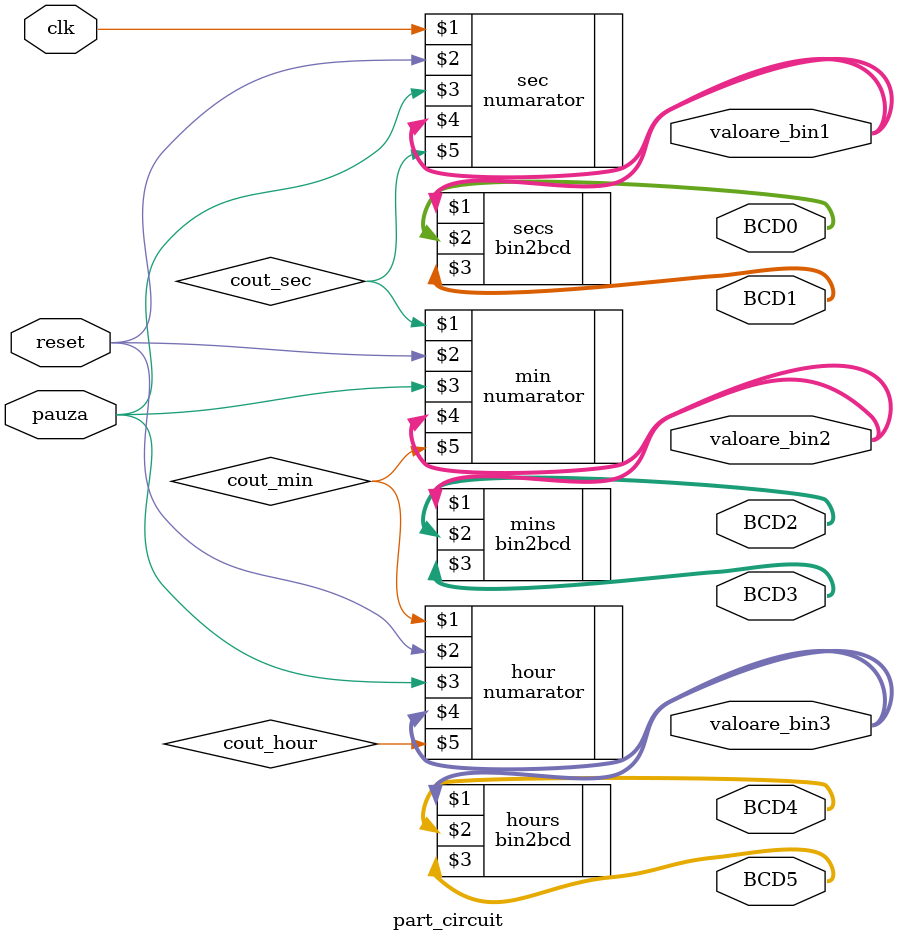
<source format=v>
`timescale 1ns / 1ps


module part_circuit(clk, reset, pauza, valoare_bin1, valoare_bin2, valoare_bin3, BCD0, BCD1, BCD2, BCD3, BCD4, BCD5);
    input clk, reset, pauza;
    wire cout_sec, cout_min, cout_hour;
    output [5:0] valoare_bin1, valoare_bin2, valoare_bin3;
    output [3:0]BCD0, BCD1, BCD2, BCD3, BCD4, BCD5;
    
    numarator sec(clk, reset, pauza, valoare_bin1, cout_sec);
    numarator min(cout_sec, reset, pauza, valoare_bin2, cout_min);
    numarator hour(cout_min, reset, pauza, valoare_bin3, cout_hour);
    
    bin2bcd secs(valoare_bin1, BCD0, BCD1);
    bin2bcd mins(valoare_bin2, BCD2, BCD3);
    bin2bcd hours(valoare_bin3, BCD4, BCD5);
endmodule

</source>
